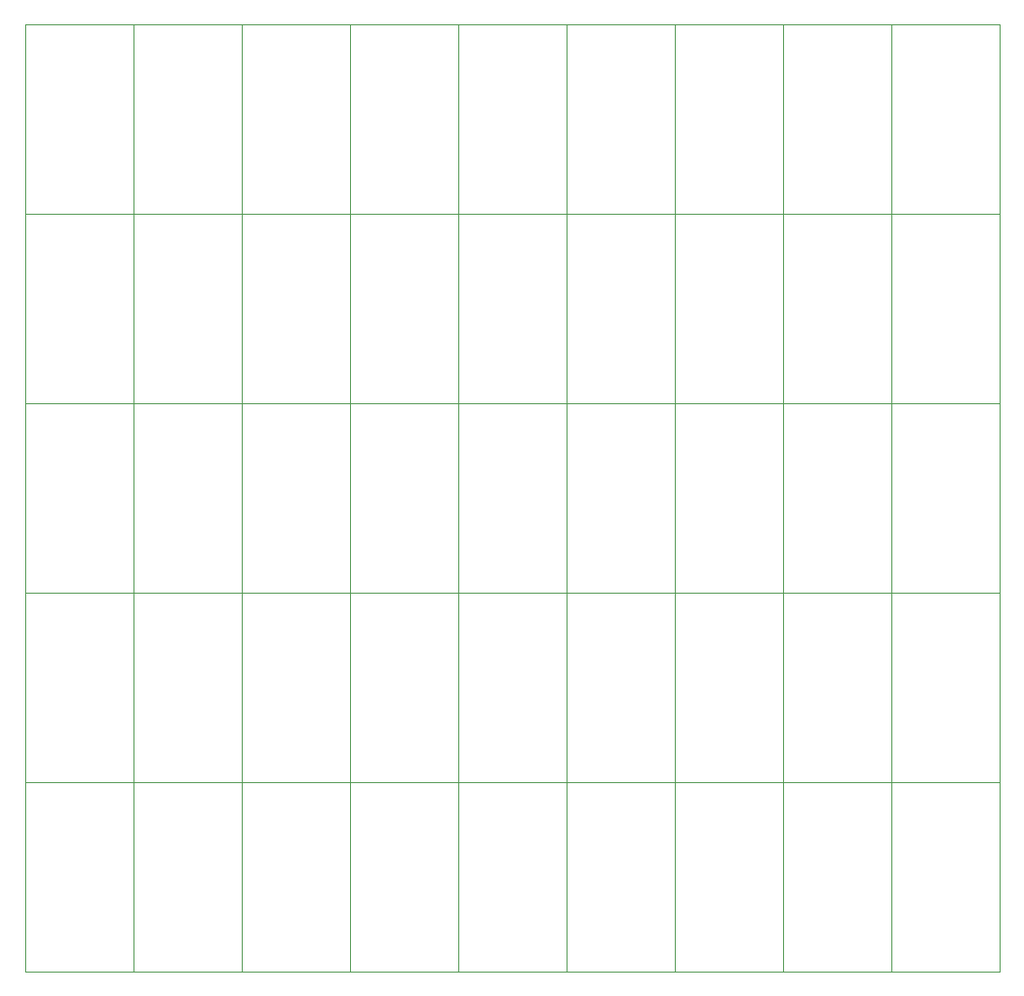
<source format=gbr>
%TF.GenerationSoftware,KiCad,Pcbnew,6.0.7-f9a2dced07~116~ubuntu20.04.1*%
%TF.CreationDate,2022-08-19T12:04:29-05:00*%
%TF.ProjectId,,58585858-5858-4585-9858-585858585858,rev?*%
%TF.SameCoordinates,Original*%
%TF.FileFunction,Profile,NP*%
%FSLAX46Y46*%
G04 Gerber Fmt 4.6, Leading zero omitted, Abs format (unit mm)*
G04 Created by KiCad (PCBNEW 6.0.7-f9a2dced07~116~ubuntu20.04.1) date 2022-08-19 12:04:29*
%MOMM*%
%LPD*%
G01*
G04 APERTURE LIST*
%TA.AperFunction,Profile*%
%ADD10C,0.100000*%
%TD*%
G04 APERTURE END LIST*
D10*
X152400000Y-147320000D02*
X162560000Y-147320000D01*
X162560000Y-147320000D02*
X162560000Y-129540000D01*
X162560000Y-129540000D02*
X152400000Y-129540000D01*
X152400000Y-129540000D02*
X152400000Y-147320000D01*
X142240000Y-147320000D02*
X152400000Y-147320000D01*
X152400000Y-147320000D02*
X152400000Y-129540000D01*
X152400000Y-129540000D02*
X142240000Y-129540000D01*
X142240000Y-129540000D02*
X142240000Y-147320000D01*
X132080000Y-147320000D02*
X142240000Y-147320000D01*
X142240000Y-147320000D02*
X142240000Y-129540000D01*
X142240000Y-129540000D02*
X132080000Y-129540000D01*
X132080000Y-129540000D02*
X132080000Y-147320000D01*
X121920000Y-147320000D02*
X132080000Y-147320000D01*
X132080000Y-147320000D02*
X132080000Y-129540000D01*
X132080000Y-129540000D02*
X121920000Y-129540000D01*
X121920000Y-129540000D02*
X121920000Y-147320000D01*
X111760000Y-147320000D02*
X121920000Y-147320000D01*
X121920000Y-147320000D02*
X121920000Y-129540000D01*
X121920000Y-129540000D02*
X111760000Y-129540000D01*
X111760000Y-129540000D02*
X111760000Y-147320000D01*
X101600000Y-147320000D02*
X111760000Y-147320000D01*
X111760000Y-147320000D02*
X111760000Y-129540000D01*
X111760000Y-129540000D02*
X101600000Y-129540000D01*
X101600000Y-129540000D02*
X101600000Y-147320000D01*
X91440000Y-147320000D02*
X101600000Y-147320000D01*
X101600000Y-147320000D02*
X101600000Y-129540000D01*
X101600000Y-129540000D02*
X91440000Y-129540000D01*
X91440000Y-129540000D02*
X91440000Y-147320000D01*
X81280000Y-147320000D02*
X91440000Y-147320000D01*
X91440000Y-147320000D02*
X91440000Y-129540000D01*
X91440000Y-129540000D02*
X81280000Y-129540000D01*
X81280000Y-129540000D02*
X81280000Y-147320000D01*
X71120000Y-147320000D02*
X81280000Y-147320000D01*
X81280000Y-147320000D02*
X81280000Y-129540000D01*
X81280000Y-129540000D02*
X71120000Y-129540000D01*
X71120000Y-129540000D02*
X71120000Y-147320000D01*
X152400000Y-129540000D02*
X162560000Y-129540000D01*
X162560000Y-129540000D02*
X162560000Y-111760000D01*
X162560000Y-111760000D02*
X152400000Y-111760000D01*
X152400000Y-111760000D02*
X152400000Y-129540000D01*
X142240000Y-129540000D02*
X152400000Y-129540000D01*
X152400000Y-129540000D02*
X152400000Y-111760000D01*
X152400000Y-111760000D02*
X142240000Y-111760000D01*
X142240000Y-111760000D02*
X142240000Y-129540000D01*
X132080000Y-129540000D02*
X142240000Y-129540000D01*
X142240000Y-129540000D02*
X142240000Y-111760000D01*
X142240000Y-111760000D02*
X132080000Y-111760000D01*
X132080000Y-111760000D02*
X132080000Y-129540000D01*
X121920000Y-129540000D02*
X132080000Y-129540000D01*
X132080000Y-129540000D02*
X132080000Y-111760000D01*
X132080000Y-111760000D02*
X121920000Y-111760000D01*
X121920000Y-111760000D02*
X121920000Y-129540000D01*
X111760000Y-129540000D02*
X121920000Y-129540000D01*
X121920000Y-129540000D02*
X121920000Y-111760000D01*
X121920000Y-111760000D02*
X111760000Y-111760000D01*
X111760000Y-111760000D02*
X111760000Y-129540000D01*
X101600000Y-129540000D02*
X111760000Y-129540000D01*
X111760000Y-129540000D02*
X111760000Y-111760000D01*
X111760000Y-111760000D02*
X101600000Y-111760000D01*
X101600000Y-111760000D02*
X101600000Y-129540000D01*
X91440000Y-129540000D02*
X101600000Y-129540000D01*
X101600000Y-129540000D02*
X101600000Y-111760000D01*
X101600000Y-111760000D02*
X91440000Y-111760000D01*
X91440000Y-111760000D02*
X91440000Y-129540000D01*
X81280000Y-129540000D02*
X91440000Y-129540000D01*
X91440000Y-129540000D02*
X91440000Y-111760000D01*
X91440000Y-111760000D02*
X81280000Y-111760000D01*
X81280000Y-111760000D02*
X81280000Y-129540000D01*
X71120000Y-129540000D02*
X81280000Y-129540000D01*
X81280000Y-129540000D02*
X81280000Y-111760000D01*
X81280000Y-111760000D02*
X71120000Y-111760000D01*
X71120000Y-111760000D02*
X71120000Y-129540000D01*
X152400000Y-111760000D02*
X162560000Y-111760000D01*
X162560000Y-111760000D02*
X162560000Y-93980000D01*
X162560000Y-93980000D02*
X152400000Y-93980000D01*
X152400000Y-93980000D02*
X152400000Y-111760000D01*
X142240000Y-111760000D02*
X152400000Y-111760000D01*
X152400000Y-111760000D02*
X152400000Y-93980000D01*
X152400000Y-93980000D02*
X142240000Y-93980000D01*
X142240000Y-93980000D02*
X142240000Y-111760000D01*
X132080000Y-111760000D02*
X142240000Y-111760000D01*
X142240000Y-111760000D02*
X142240000Y-93980000D01*
X142240000Y-93980000D02*
X132080000Y-93980000D01*
X132080000Y-93980000D02*
X132080000Y-111760000D01*
X121920000Y-111760000D02*
X132080000Y-111760000D01*
X132080000Y-111760000D02*
X132080000Y-93980000D01*
X132080000Y-93980000D02*
X121920000Y-93980000D01*
X121920000Y-93980000D02*
X121920000Y-111760000D01*
X111760000Y-111760000D02*
X121920000Y-111760000D01*
X121920000Y-111760000D02*
X121920000Y-93980000D01*
X121920000Y-93980000D02*
X111760000Y-93980000D01*
X111760000Y-93980000D02*
X111760000Y-111760000D01*
X101600000Y-111760000D02*
X111760000Y-111760000D01*
X111760000Y-111760000D02*
X111760000Y-93980000D01*
X111760000Y-93980000D02*
X101600000Y-93980000D01*
X101600000Y-93980000D02*
X101600000Y-111760000D01*
X91440000Y-111760000D02*
X101600000Y-111760000D01*
X101600000Y-111760000D02*
X101600000Y-93980000D01*
X101600000Y-93980000D02*
X91440000Y-93980000D01*
X91440000Y-93980000D02*
X91440000Y-111760000D01*
X81280000Y-111760000D02*
X91440000Y-111760000D01*
X91440000Y-111760000D02*
X91440000Y-93980000D01*
X91440000Y-93980000D02*
X81280000Y-93980000D01*
X81280000Y-93980000D02*
X81280000Y-111760000D01*
X71120000Y-111760000D02*
X81280000Y-111760000D01*
X81280000Y-111760000D02*
X81280000Y-93980000D01*
X81280000Y-93980000D02*
X71120000Y-93980000D01*
X71120000Y-93980000D02*
X71120000Y-111760000D01*
X152400000Y-93980000D02*
X162560000Y-93980000D01*
X162560000Y-93980000D02*
X162560000Y-76200000D01*
X162560000Y-76200000D02*
X152400000Y-76200000D01*
X152400000Y-76200000D02*
X152400000Y-93980000D01*
X142240000Y-93980000D02*
X152400000Y-93980000D01*
X152400000Y-93980000D02*
X152400000Y-76200000D01*
X152400000Y-76200000D02*
X142240000Y-76200000D01*
X142240000Y-76200000D02*
X142240000Y-93980000D01*
X132080000Y-93980000D02*
X142240000Y-93980000D01*
X142240000Y-93980000D02*
X142240000Y-76200000D01*
X142240000Y-76200000D02*
X132080000Y-76200000D01*
X132080000Y-76200000D02*
X132080000Y-93980000D01*
X121920000Y-93980000D02*
X132080000Y-93980000D01*
X132080000Y-93980000D02*
X132080000Y-76200000D01*
X132080000Y-76200000D02*
X121920000Y-76200000D01*
X121920000Y-76200000D02*
X121920000Y-93980000D01*
X111760000Y-93980000D02*
X121920000Y-93980000D01*
X121920000Y-93980000D02*
X121920000Y-76200000D01*
X121920000Y-76200000D02*
X111760000Y-76200000D01*
X111760000Y-76200000D02*
X111760000Y-93980000D01*
X101600000Y-93980000D02*
X111760000Y-93980000D01*
X111760000Y-93980000D02*
X111760000Y-76200000D01*
X111760000Y-76200000D02*
X101600000Y-76200000D01*
X101600000Y-76200000D02*
X101600000Y-93980000D01*
X91440000Y-93980000D02*
X101600000Y-93980000D01*
X101600000Y-93980000D02*
X101600000Y-76200000D01*
X101600000Y-76200000D02*
X91440000Y-76200000D01*
X91440000Y-76200000D02*
X91440000Y-93980000D01*
X81280000Y-93980000D02*
X91440000Y-93980000D01*
X91440000Y-93980000D02*
X91440000Y-76200000D01*
X91440000Y-76200000D02*
X81280000Y-76200000D01*
X81280000Y-76200000D02*
X81280000Y-93980000D01*
X71120000Y-93980000D02*
X81280000Y-93980000D01*
X81280000Y-93980000D02*
X81280000Y-76200000D01*
X81280000Y-76200000D02*
X71120000Y-76200000D01*
X71120000Y-76200000D02*
X71120000Y-93980000D01*
X152400000Y-76200000D02*
X162560000Y-76200000D01*
X162560000Y-76200000D02*
X162560000Y-58420000D01*
X162560000Y-58420000D02*
X152400000Y-58420000D01*
X152400000Y-58420000D02*
X152400000Y-76200000D01*
X142240000Y-76200000D02*
X152400000Y-76200000D01*
X152400000Y-76200000D02*
X152400000Y-58420000D01*
X152400000Y-58420000D02*
X142240000Y-58420000D01*
X142240000Y-58420000D02*
X142240000Y-76200000D01*
X132080000Y-76200000D02*
X142240000Y-76200000D01*
X142240000Y-76200000D02*
X142240000Y-58420000D01*
X142240000Y-58420000D02*
X132080000Y-58420000D01*
X132080000Y-58420000D02*
X132080000Y-76200000D01*
X121920000Y-76200000D02*
X132080000Y-76200000D01*
X132080000Y-76200000D02*
X132080000Y-58420000D01*
X132080000Y-58420000D02*
X121920000Y-58420000D01*
X121920000Y-58420000D02*
X121920000Y-76200000D01*
X111760000Y-76200000D02*
X121920000Y-76200000D01*
X121920000Y-76200000D02*
X121920000Y-58420000D01*
X121920000Y-58420000D02*
X111760000Y-58420000D01*
X111760000Y-58420000D02*
X111760000Y-76200000D01*
X101600000Y-76200000D02*
X111760000Y-76200000D01*
X111760000Y-76200000D02*
X111760000Y-58420000D01*
X111760000Y-58420000D02*
X101600000Y-58420000D01*
X101600000Y-58420000D02*
X101600000Y-76200000D01*
X91440000Y-76200000D02*
X101600000Y-76200000D01*
X101600000Y-76200000D02*
X101600000Y-58420000D01*
X101600000Y-58420000D02*
X91440000Y-58420000D01*
X91440000Y-58420000D02*
X91440000Y-76200000D01*
X81280000Y-76200000D02*
X91440000Y-76200000D01*
X91440000Y-76200000D02*
X91440000Y-58420000D01*
X91440000Y-58420000D02*
X81280000Y-58420000D01*
X81280000Y-58420000D02*
X81280000Y-76200000D01*
X71120000Y-76200000D02*
X81280000Y-76200000D01*
X81280000Y-76200000D02*
X81280000Y-58420000D01*
X81280000Y-58420000D02*
X71120000Y-58420000D01*
X71120000Y-58420000D02*
X71120000Y-76200000D01*
M02*

</source>
